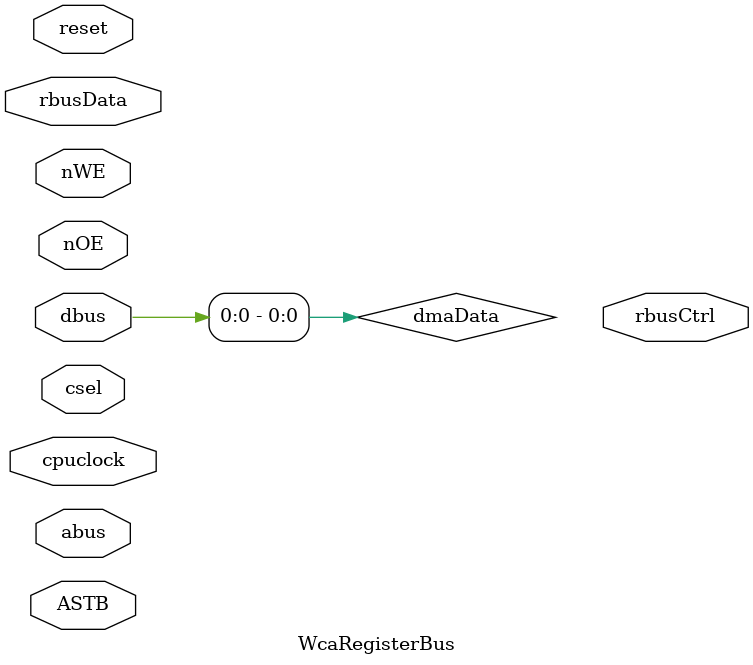
<source format=v>
`timescale 1ns / 1ps


module WcaRegisterBus
  ( 
    //Module control.
    input reset, 
    
    // DMA Bus interface.
    input csel, 
    input cpuclock,
    input ASTB, 
    input nOE,
    input nWE, 
    input wire [5:0]  abus,
    inout wire [15:0] dbus, 

    //Internal Interface.
    output  wire  [12:0] rbusCtrl,     //DMA address and control lines { addr[7:0], nAddrStrobe, nReadStrobe, nWriteStrobe, cpuclk }
    inout   wire  [15:0] rbusData    
  );  
  
	assign dmaData = dbus;
	assign dmaCtrl[13:10] = 4'd0;
	assign dmaCtrl[9:4]   = abus[5:0];
	assign dmaCtrl[3]     = ASTB | csel;
	assign dmaCtrl[2]     = nOE;
	assign dmaCtrl[1]     = nWE;
	assign dmaCtrl[0]     = cpuclock;
              
endmodule // dma_interface
</source>
